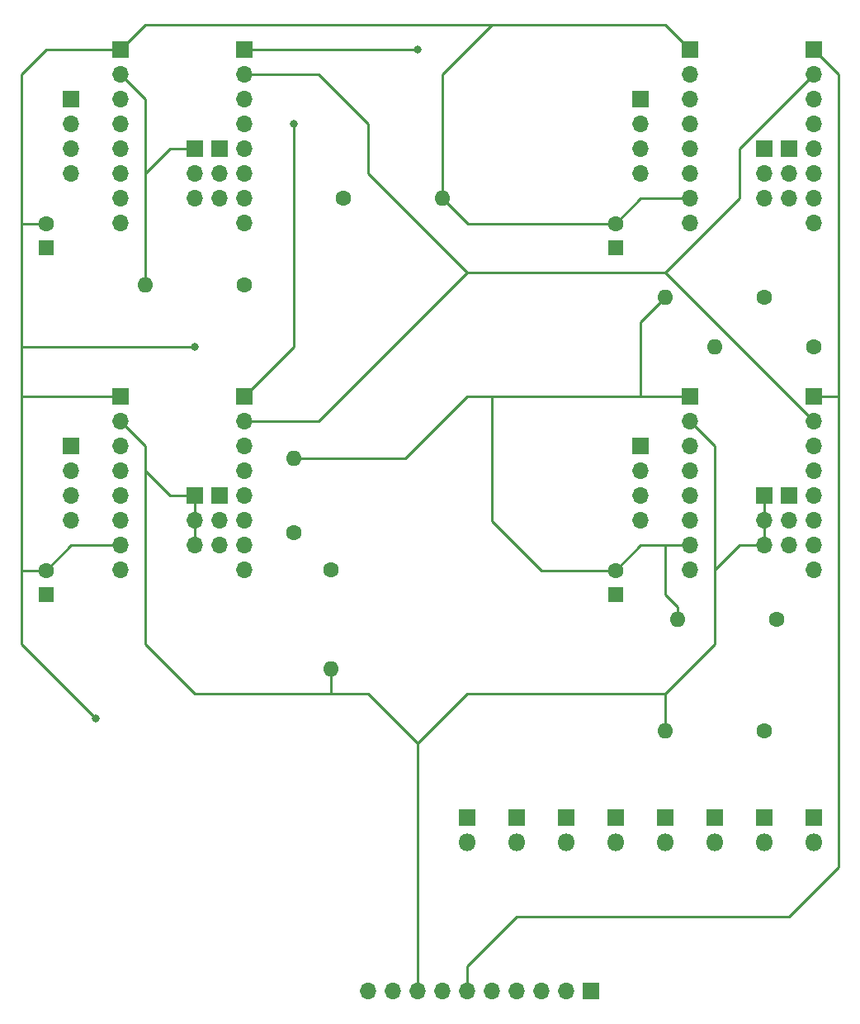
<source format=gbl>
G04 #@! TF.GenerationSoftware,KiCad,Pcbnew,(6.0.2)*
G04 #@! TF.CreationDate,2025-01-10T17:30:30+01:00*
G04 #@! TF.ProjectId,4motor,346d6f74-6f72-42e6-9b69-6361645f7063,rev?*
G04 #@! TF.SameCoordinates,Original*
G04 #@! TF.FileFunction,Copper,L2,Bot*
G04 #@! TF.FilePolarity,Positive*
%FSLAX46Y46*%
G04 Gerber Fmt 4.6, Leading zero omitted, Abs format (unit mm)*
G04 Created by KiCad (PCBNEW (6.0.2)) date 2025-01-10 17:30:30*
%MOMM*%
%LPD*%
G01*
G04 APERTURE LIST*
G04 #@! TA.AperFunction,ComponentPad*
%ADD10R,1.700000X1.700000*%
G04 #@! TD*
G04 #@! TA.AperFunction,ComponentPad*
%ADD11O,1.700000X1.700000*%
G04 #@! TD*
G04 #@! TA.AperFunction,ComponentPad*
%ADD12C,1.600000*%
G04 #@! TD*
G04 #@! TA.AperFunction,ComponentPad*
%ADD13O,1.600000X1.600000*%
G04 #@! TD*
G04 #@! TA.AperFunction,ComponentPad*
%ADD14R,1.600000X1.600000*%
G04 #@! TD*
G04 #@! TA.AperFunction,ComponentPad*
%ADD15R,1.800000X1.800000*%
G04 #@! TD*
G04 #@! TA.AperFunction,ComponentPad*
%ADD16O,1.800000X1.800000*%
G04 #@! TD*
G04 #@! TA.AperFunction,ViaPad*
%ADD17C,0.800000*%
G04 #@! TD*
G04 #@! TA.AperFunction,Conductor*
%ADD18C,0.250000*%
G04 #@! TD*
G04 APERTURE END LIST*
D10*
X157480000Y-101600000D03*
D11*
X157480000Y-104140000D03*
X157480000Y-106680000D03*
X157480000Y-109220000D03*
X157480000Y-111760000D03*
X157480000Y-114300000D03*
X157480000Y-116840000D03*
X157480000Y-119380000D03*
D12*
X152400000Y-91440000D03*
D13*
X142240000Y-91440000D03*
D14*
X137160000Y-86360000D03*
D12*
X137160000Y-83860000D03*
D15*
X121920000Y-144780000D03*
D16*
X121920000Y-147320000D03*
D12*
X153670000Y-124460000D03*
D13*
X143510000Y-124460000D03*
D10*
X154940000Y-111760000D03*
D11*
X154940000Y-114300000D03*
X154940000Y-116840000D03*
D14*
X78740000Y-86360000D03*
D12*
X78740000Y-83860000D03*
D10*
X152400000Y-76200000D03*
D11*
X152400000Y-78740000D03*
X152400000Y-81280000D03*
D10*
X144780000Y-101600000D03*
D11*
X144780000Y-104140000D03*
X144780000Y-106680000D03*
X144780000Y-109220000D03*
X144780000Y-111760000D03*
X144780000Y-114300000D03*
X144780000Y-116840000D03*
X144780000Y-119380000D03*
D15*
X142240000Y-144780000D03*
D16*
X142240000Y-147320000D03*
D15*
X152400000Y-144780000D03*
D16*
X152400000Y-147320000D03*
D15*
X127000000Y-144780000D03*
D16*
X127000000Y-147320000D03*
D10*
X96520000Y-111760000D03*
D11*
X96520000Y-114300000D03*
X96520000Y-116840000D03*
D10*
X93980000Y-76200000D03*
D11*
X93980000Y-78740000D03*
X93980000Y-81280000D03*
D10*
X152400000Y-111760000D03*
D11*
X152400000Y-114300000D03*
X152400000Y-116840000D03*
D14*
X78740000Y-121920000D03*
D12*
X78740000Y-119420000D03*
D10*
X86360000Y-101600000D03*
D11*
X86360000Y-104140000D03*
X86360000Y-106680000D03*
X86360000Y-109220000D03*
X86360000Y-111760000D03*
X86360000Y-114300000D03*
X86360000Y-116840000D03*
X86360000Y-119380000D03*
D10*
X86360000Y-66040000D03*
D11*
X86360000Y-68580000D03*
X86360000Y-71120000D03*
X86360000Y-73660000D03*
X86360000Y-76200000D03*
X86360000Y-78740000D03*
X86360000Y-81280000D03*
X86360000Y-83820000D03*
D12*
X104140000Y-115570000D03*
D13*
X104140000Y-107950000D03*
D10*
X157480000Y-66040000D03*
D11*
X157480000Y-68580000D03*
X157480000Y-71120000D03*
X157480000Y-73660000D03*
X157480000Y-76200000D03*
X157480000Y-78740000D03*
X157480000Y-81280000D03*
X157480000Y-83820000D03*
D10*
X99060000Y-66040000D03*
D11*
X99060000Y-68580000D03*
X99060000Y-71120000D03*
X99060000Y-73660000D03*
X99060000Y-76200000D03*
X99060000Y-78740000D03*
X99060000Y-81280000D03*
X99060000Y-83820000D03*
D15*
X137160000Y-144780000D03*
D16*
X137160000Y-147320000D03*
D10*
X81280000Y-71120000D03*
D11*
X81280000Y-73660000D03*
X81280000Y-76200000D03*
X81280000Y-78740000D03*
D12*
X107950000Y-119380000D03*
D13*
X107950000Y-129540000D03*
D10*
X139700000Y-106680000D03*
D11*
X139700000Y-109220000D03*
X139700000Y-111760000D03*
X139700000Y-114300000D03*
D15*
X147320000Y-144780000D03*
D16*
X147320000Y-147320000D03*
D10*
X93980000Y-111760000D03*
D11*
X93980000Y-114300000D03*
X93980000Y-116840000D03*
D10*
X154940000Y-76200000D03*
D11*
X154940000Y-78740000D03*
X154940000Y-81280000D03*
D10*
X81280000Y-106680000D03*
D11*
X81280000Y-109220000D03*
X81280000Y-111760000D03*
X81280000Y-114300000D03*
D12*
X157480000Y-96520000D03*
D13*
X147320000Y-96520000D03*
D10*
X96520000Y-76200000D03*
D11*
X96520000Y-78740000D03*
X96520000Y-81280000D03*
D12*
X152400000Y-135890000D03*
D13*
X142240000Y-135890000D03*
D12*
X109220000Y-81280000D03*
D13*
X119380000Y-81280000D03*
D14*
X137160000Y-121920000D03*
D12*
X137160000Y-119420000D03*
D15*
X132080000Y-144780000D03*
D16*
X132080000Y-147320000D03*
D10*
X99060000Y-101600000D03*
D11*
X99060000Y-104140000D03*
X99060000Y-106680000D03*
X99060000Y-109220000D03*
X99060000Y-111760000D03*
X99060000Y-114300000D03*
X99060000Y-116840000D03*
X99060000Y-119380000D03*
D10*
X144780000Y-66040000D03*
D11*
X144780000Y-68580000D03*
X144780000Y-71120000D03*
X144780000Y-73660000D03*
X144780000Y-76200000D03*
X144780000Y-78740000D03*
X144780000Y-81280000D03*
X144780000Y-83820000D03*
D12*
X99060000Y-90170000D03*
D13*
X88900000Y-90170000D03*
D15*
X157480000Y-144780000D03*
D16*
X157480000Y-147320000D03*
D10*
X139700000Y-71120000D03*
D11*
X139700000Y-73660000D03*
X139700000Y-76200000D03*
X139700000Y-78740000D03*
D10*
X134620000Y-162560000D03*
D11*
X132080000Y-162560000D03*
X129540000Y-162560000D03*
X127000000Y-162560000D03*
X124460000Y-162560000D03*
X121920000Y-162560000D03*
X119380000Y-162560000D03*
X116840000Y-162560000D03*
X114300000Y-162560000D03*
X111760000Y-162560000D03*
D17*
X104140000Y-73660000D03*
X93980000Y-96520000D03*
X83820000Y-134620000D03*
X116840000Y-66040000D03*
D18*
X121920000Y-162560000D02*
X121920000Y-160020000D01*
X116840000Y-162560000D02*
X116840000Y-152400000D01*
X104140000Y-96520000D02*
X104140000Y-73660000D01*
X99060000Y-101600000D02*
X104140000Y-96520000D01*
X93980000Y-96520000D02*
X76200000Y-96520000D01*
X86360000Y-101600000D02*
X76200000Y-101600000D01*
X115570000Y-107950000D02*
X104140000Y-107950000D01*
X121920000Y-101600000D02*
X115570000Y-107950000D01*
X139700000Y-101600000D02*
X121920000Y-101600000D01*
X119380000Y-81280000D02*
X119380000Y-68580000D01*
X78740000Y-83860000D02*
X76240000Y-83860000D01*
X86360000Y-66040000D02*
X88900000Y-63500000D01*
X139700000Y-81280000D02*
X144780000Y-81280000D01*
X144780000Y-101600000D02*
X139700000Y-101600000D01*
X119380000Y-81280000D02*
X121960000Y-83860000D01*
X137120000Y-83860000D02*
X139700000Y-81280000D01*
X144780000Y-116840000D02*
X139700000Y-116840000D01*
X137120000Y-119420000D02*
X129540000Y-119420000D01*
X83820000Y-134620000D02*
X76200000Y-127000000D01*
X142240000Y-121920000D02*
X142240000Y-116840000D01*
X142240000Y-91440000D02*
X139700000Y-93980000D01*
X139700000Y-101600000D02*
X139700000Y-93980000D01*
X76240000Y-83860000D02*
X76200000Y-83820000D01*
X124460000Y-114340000D02*
X124460000Y-101600000D01*
X76200000Y-68580000D02*
X76200000Y-127000000D01*
X143510000Y-123190000D02*
X142240000Y-121920000D01*
X76200000Y-68580000D02*
X78740000Y-66040000D01*
X78740000Y-119420000D02*
X76240000Y-119420000D01*
X78740000Y-66040000D02*
X86360000Y-66040000D01*
X129540000Y-119420000D02*
X124460000Y-114340000D01*
X143510000Y-124460000D02*
X143510000Y-123190000D01*
X119380000Y-68580000D02*
X124460000Y-63500000D01*
X78700000Y-119420000D02*
X81280000Y-116840000D01*
X86360000Y-116840000D02*
X81280000Y-116840000D01*
X121960000Y-83860000D02*
X137120000Y-83860000D01*
X139700000Y-116840000D02*
X137120000Y-119420000D01*
X88900000Y-63500000D02*
X142240000Y-63500000D01*
X142240000Y-63500000D02*
X144780000Y-66040000D01*
X88900000Y-106680000D02*
X86360000Y-104140000D01*
X116840000Y-137160000D02*
X111760000Y-132080000D01*
X147320000Y-127000000D02*
X147320000Y-119380000D01*
X111760000Y-132080000D02*
X107950000Y-132080000D01*
X91440000Y-111760000D02*
X88900000Y-109220000D01*
X88900000Y-71120000D02*
X86360000Y-68580000D01*
X107950000Y-132080000D02*
X93980000Y-132080000D01*
X88900000Y-90170000D02*
X88900000Y-71120000D01*
X93980000Y-111760000D02*
X91440000Y-111760000D01*
X147320000Y-119380000D02*
X147320000Y-106680000D01*
X116840000Y-137160000D02*
X121920000Y-132080000D01*
X142240000Y-132080000D02*
X147320000Y-127000000D01*
X93980000Y-114300000D02*
X93980000Y-111760000D01*
X93980000Y-76200000D02*
X91440000Y-76200000D01*
X149860000Y-116840000D02*
X147320000Y-119380000D01*
X147320000Y-106680000D02*
X144780000Y-104140000D01*
X88900000Y-127000000D02*
X88900000Y-106680000D01*
X121920000Y-132080000D02*
X142240000Y-132080000D01*
X116840000Y-152400000D02*
X116840000Y-137160000D01*
X152400000Y-116840000D02*
X152400000Y-114300000D01*
X152400000Y-111760000D02*
X152400000Y-114300000D01*
X107950000Y-129540000D02*
X107950000Y-132080000D01*
X142240000Y-135890000D02*
X142240000Y-132080000D01*
X93980000Y-116840000D02*
X93980000Y-114300000D01*
X149860000Y-116840000D02*
X152400000Y-116840000D01*
X93980000Y-132080000D02*
X88900000Y-127000000D01*
X91440000Y-76200000D02*
X88900000Y-78740000D01*
X160020000Y-101600000D02*
X157480000Y-101600000D01*
X121920000Y-160020000D02*
X127000000Y-154940000D01*
X160020000Y-101600000D02*
X160020000Y-68580000D01*
X160020000Y-68580000D02*
X157480000Y-66040000D01*
X127000000Y-154940000D02*
X154940000Y-154940000D01*
X154940000Y-154940000D02*
X160020000Y-149860000D01*
X116840000Y-66040000D02*
X99060000Y-66040000D01*
X160020000Y-149860000D02*
X160020000Y-101600000D01*
X142240000Y-88900000D02*
X157480000Y-104140000D01*
X121920000Y-88900000D02*
X111760000Y-78740000D01*
X157480000Y-68580000D02*
X149860000Y-76200000D01*
X106680000Y-68580000D02*
X99060000Y-68580000D01*
X149860000Y-81280000D02*
X142240000Y-88900000D01*
X99060000Y-104140000D02*
X106680000Y-104140000D01*
X142240000Y-88900000D02*
X121920000Y-88900000D01*
X149860000Y-76200000D02*
X149860000Y-81280000D01*
X106680000Y-104140000D02*
X121920000Y-88900000D01*
X111760000Y-78740000D02*
X111760000Y-73660000D01*
X111760000Y-73660000D02*
X106680000Y-68580000D01*
M02*

</source>
